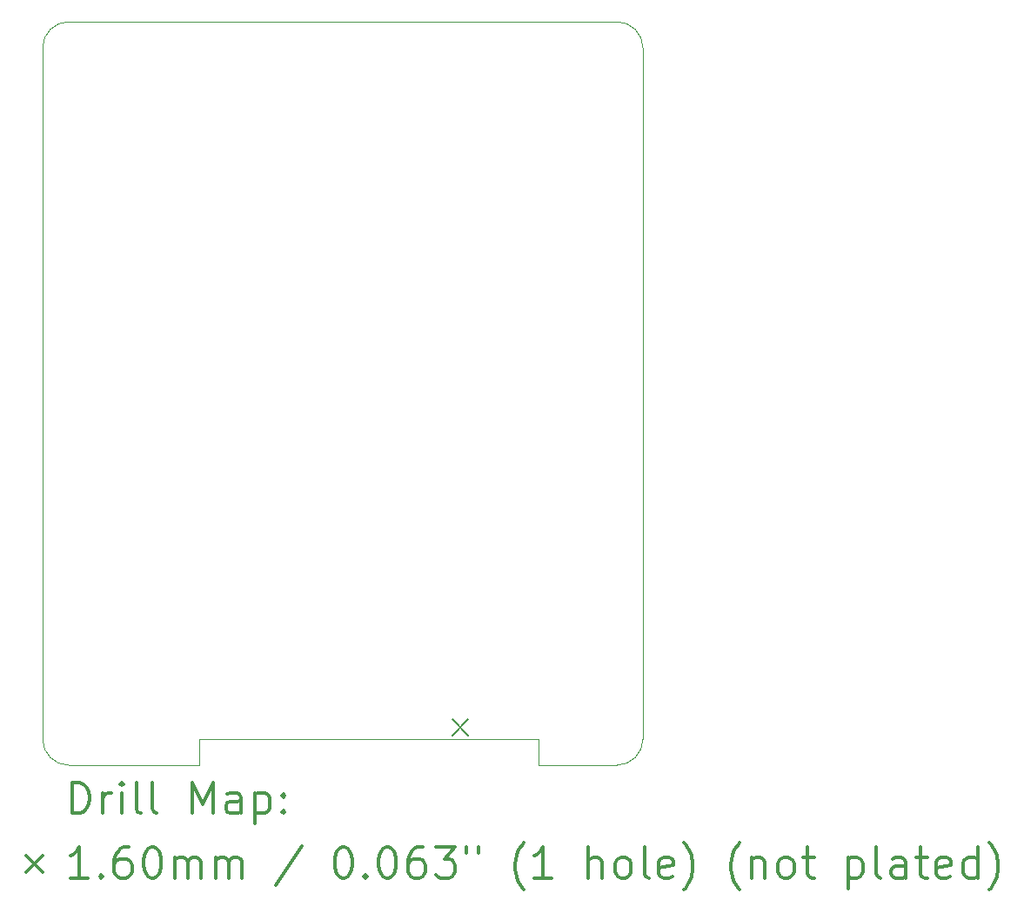
<source format=gbr>
%FSLAX45Y45*%
G04 Gerber Fmt 4.5, Leading zero omitted, Abs format (unit mm)*
G04 Created by KiCad (PCBNEW (5.1.5)-3) date 2020-02-13 17:55:11*
%MOMM*%
%LPD*%
G04 APERTURE LIST*
%TA.AperFunction,Profile*%
%ADD10C,0.050000*%
%TD*%
%ADD11C,0.200000*%
%ADD12C,0.300000*%
G04 APERTURE END LIST*
D10*
X11176000Y-4953000D02*
X16510000Y-4953000D01*
X10922000Y-5207000D02*
G75*
G02X11176000Y-4953000I254000J0D01*
G01*
X10922000Y-11938000D02*
X10922000Y-5207000D01*
X11303000Y-12192000D02*
X11176000Y-12192000D01*
X11176000Y-12192000D02*
G75*
G02X10922000Y-11938000I0J254000D01*
G01*
X12446000Y-12192000D02*
X11303000Y-12192000D01*
X12446000Y-11938000D02*
X12446000Y-12192000D01*
X14224000Y-11938000D02*
X12446000Y-11938000D01*
X15748000Y-11938000D02*
X14224000Y-11938000D01*
X15748000Y-12192000D02*
X15748000Y-11938000D01*
X16510000Y-12192000D02*
X15748000Y-12192000D01*
X16764000Y-5207000D02*
X16764000Y-11938000D01*
X16764000Y-11938000D02*
G75*
G02X16510000Y-12192000I-254000J0D01*
G01*
X16510000Y-4953000D02*
G75*
G02X16764000Y-5207000I0J-254000D01*
G01*
D11*
X14906000Y-11742000D02*
X15066000Y-11902000D01*
X15066000Y-11742000D02*
X14906000Y-11902000D01*
D12*
X11205928Y-12660214D02*
X11205928Y-12360214D01*
X11277357Y-12360214D01*
X11320214Y-12374500D01*
X11348786Y-12403071D01*
X11363071Y-12431643D01*
X11377357Y-12488786D01*
X11377357Y-12531643D01*
X11363071Y-12588786D01*
X11348786Y-12617357D01*
X11320214Y-12645929D01*
X11277357Y-12660214D01*
X11205928Y-12660214D01*
X11505928Y-12660214D02*
X11505928Y-12460214D01*
X11505928Y-12517357D02*
X11520214Y-12488786D01*
X11534500Y-12474500D01*
X11563071Y-12460214D01*
X11591643Y-12460214D01*
X11691643Y-12660214D02*
X11691643Y-12460214D01*
X11691643Y-12360214D02*
X11677357Y-12374500D01*
X11691643Y-12388786D01*
X11705928Y-12374500D01*
X11691643Y-12360214D01*
X11691643Y-12388786D01*
X11877357Y-12660214D02*
X11848786Y-12645929D01*
X11834500Y-12617357D01*
X11834500Y-12360214D01*
X12034500Y-12660214D02*
X12005928Y-12645929D01*
X11991643Y-12617357D01*
X11991643Y-12360214D01*
X12377357Y-12660214D02*
X12377357Y-12360214D01*
X12477357Y-12574500D01*
X12577357Y-12360214D01*
X12577357Y-12660214D01*
X12848786Y-12660214D02*
X12848786Y-12503071D01*
X12834500Y-12474500D01*
X12805928Y-12460214D01*
X12748786Y-12460214D01*
X12720214Y-12474500D01*
X12848786Y-12645929D02*
X12820214Y-12660214D01*
X12748786Y-12660214D01*
X12720214Y-12645929D01*
X12705928Y-12617357D01*
X12705928Y-12588786D01*
X12720214Y-12560214D01*
X12748786Y-12545929D01*
X12820214Y-12545929D01*
X12848786Y-12531643D01*
X12991643Y-12460214D02*
X12991643Y-12760214D01*
X12991643Y-12474500D02*
X13020214Y-12460214D01*
X13077357Y-12460214D01*
X13105928Y-12474500D01*
X13120214Y-12488786D01*
X13134500Y-12517357D01*
X13134500Y-12603071D01*
X13120214Y-12631643D01*
X13105928Y-12645929D01*
X13077357Y-12660214D01*
X13020214Y-12660214D01*
X12991643Y-12645929D01*
X13263071Y-12631643D02*
X13277357Y-12645929D01*
X13263071Y-12660214D01*
X13248786Y-12645929D01*
X13263071Y-12631643D01*
X13263071Y-12660214D01*
X13263071Y-12474500D02*
X13277357Y-12488786D01*
X13263071Y-12503071D01*
X13248786Y-12488786D01*
X13263071Y-12474500D01*
X13263071Y-12503071D01*
X10759500Y-13074500D02*
X10919500Y-13234500D01*
X10919500Y-13074500D02*
X10759500Y-13234500D01*
X11363071Y-13290214D02*
X11191643Y-13290214D01*
X11277357Y-13290214D02*
X11277357Y-12990214D01*
X11248786Y-13033071D01*
X11220214Y-13061643D01*
X11191643Y-13075929D01*
X11491643Y-13261643D02*
X11505928Y-13275929D01*
X11491643Y-13290214D01*
X11477357Y-13275929D01*
X11491643Y-13261643D01*
X11491643Y-13290214D01*
X11763071Y-12990214D02*
X11705928Y-12990214D01*
X11677357Y-13004500D01*
X11663071Y-13018786D01*
X11634500Y-13061643D01*
X11620214Y-13118786D01*
X11620214Y-13233071D01*
X11634500Y-13261643D01*
X11648786Y-13275929D01*
X11677357Y-13290214D01*
X11734500Y-13290214D01*
X11763071Y-13275929D01*
X11777357Y-13261643D01*
X11791643Y-13233071D01*
X11791643Y-13161643D01*
X11777357Y-13133071D01*
X11763071Y-13118786D01*
X11734500Y-13104500D01*
X11677357Y-13104500D01*
X11648786Y-13118786D01*
X11634500Y-13133071D01*
X11620214Y-13161643D01*
X11977357Y-12990214D02*
X12005928Y-12990214D01*
X12034500Y-13004500D01*
X12048786Y-13018786D01*
X12063071Y-13047357D01*
X12077357Y-13104500D01*
X12077357Y-13175929D01*
X12063071Y-13233071D01*
X12048786Y-13261643D01*
X12034500Y-13275929D01*
X12005928Y-13290214D01*
X11977357Y-13290214D01*
X11948786Y-13275929D01*
X11934500Y-13261643D01*
X11920214Y-13233071D01*
X11905928Y-13175929D01*
X11905928Y-13104500D01*
X11920214Y-13047357D01*
X11934500Y-13018786D01*
X11948786Y-13004500D01*
X11977357Y-12990214D01*
X12205928Y-13290214D02*
X12205928Y-13090214D01*
X12205928Y-13118786D02*
X12220214Y-13104500D01*
X12248786Y-13090214D01*
X12291643Y-13090214D01*
X12320214Y-13104500D01*
X12334500Y-13133071D01*
X12334500Y-13290214D01*
X12334500Y-13133071D02*
X12348786Y-13104500D01*
X12377357Y-13090214D01*
X12420214Y-13090214D01*
X12448786Y-13104500D01*
X12463071Y-13133071D01*
X12463071Y-13290214D01*
X12605928Y-13290214D02*
X12605928Y-13090214D01*
X12605928Y-13118786D02*
X12620214Y-13104500D01*
X12648786Y-13090214D01*
X12691643Y-13090214D01*
X12720214Y-13104500D01*
X12734500Y-13133071D01*
X12734500Y-13290214D01*
X12734500Y-13133071D02*
X12748786Y-13104500D01*
X12777357Y-13090214D01*
X12820214Y-13090214D01*
X12848786Y-13104500D01*
X12863071Y-13133071D01*
X12863071Y-13290214D01*
X13448786Y-12975929D02*
X13191643Y-13361643D01*
X13834500Y-12990214D02*
X13863071Y-12990214D01*
X13891643Y-13004500D01*
X13905928Y-13018786D01*
X13920214Y-13047357D01*
X13934500Y-13104500D01*
X13934500Y-13175929D01*
X13920214Y-13233071D01*
X13905928Y-13261643D01*
X13891643Y-13275929D01*
X13863071Y-13290214D01*
X13834500Y-13290214D01*
X13805928Y-13275929D01*
X13791643Y-13261643D01*
X13777357Y-13233071D01*
X13763071Y-13175929D01*
X13763071Y-13104500D01*
X13777357Y-13047357D01*
X13791643Y-13018786D01*
X13805928Y-13004500D01*
X13834500Y-12990214D01*
X14063071Y-13261643D02*
X14077357Y-13275929D01*
X14063071Y-13290214D01*
X14048786Y-13275929D01*
X14063071Y-13261643D01*
X14063071Y-13290214D01*
X14263071Y-12990214D02*
X14291643Y-12990214D01*
X14320214Y-13004500D01*
X14334500Y-13018786D01*
X14348786Y-13047357D01*
X14363071Y-13104500D01*
X14363071Y-13175929D01*
X14348786Y-13233071D01*
X14334500Y-13261643D01*
X14320214Y-13275929D01*
X14291643Y-13290214D01*
X14263071Y-13290214D01*
X14234500Y-13275929D01*
X14220214Y-13261643D01*
X14205928Y-13233071D01*
X14191643Y-13175929D01*
X14191643Y-13104500D01*
X14205928Y-13047357D01*
X14220214Y-13018786D01*
X14234500Y-13004500D01*
X14263071Y-12990214D01*
X14620214Y-12990214D02*
X14563071Y-12990214D01*
X14534500Y-13004500D01*
X14520214Y-13018786D01*
X14491643Y-13061643D01*
X14477357Y-13118786D01*
X14477357Y-13233071D01*
X14491643Y-13261643D01*
X14505928Y-13275929D01*
X14534500Y-13290214D01*
X14591643Y-13290214D01*
X14620214Y-13275929D01*
X14634500Y-13261643D01*
X14648786Y-13233071D01*
X14648786Y-13161643D01*
X14634500Y-13133071D01*
X14620214Y-13118786D01*
X14591643Y-13104500D01*
X14534500Y-13104500D01*
X14505928Y-13118786D01*
X14491643Y-13133071D01*
X14477357Y-13161643D01*
X14748786Y-12990214D02*
X14934500Y-12990214D01*
X14834500Y-13104500D01*
X14877357Y-13104500D01*
X14905928Y-13118786D01*
X14920214Y-13133071D01*
X14934500Y-13161643D01*
X14934500Y-13233071D01*
X14920214Y-13261643D01*
X14905928Y-13275929D01*
X14877357Y-13290214D01*
X14791643Y-13290214D01*
X14763071Y-13275929D01*
X14748786Y-13261643D01*
X15048786Y-12990214D02*
X15048786Y-13047357D01*
X15163071Y-12990214D02*
X15163071Y-13047357D01*
X15605928Y-13404500D02*
X15591643Y-13390214D01*
X15563071Y-13347357D01*
X15548786Y-13318786D01*
X15534500Y-13275929D01*
X15520214Y-13204500D01*
X15520214Y-13147357D01*
X15534500Y-13075929D01*
X15548786Y-13033071D01*
X15563071Y-13004500D01*
X15591643Y-12961643D01*
X15605928Y-12947357D01*
X15877357Y-13290214D02*
X15705928Y-13290214D01*
X15791643Y-13290214D02*
X15791643Y-12990214D01*
X15763071Y-13033071D01*
X15734500Y-13061643D01*
X15705928Y-13075929D01*
X16234500Y-13290214D02*
X16234500Y-12990214D01*
X16363071Y-13290214D02*
X16363071Y-13133071D01*
X16348786Y-13104500D01*
X16320214Y-13090214D01*
X16277357Y-13090214D01*
X16248786Y-13104500D01*
X16234500Y-13118786D01*
X16548786Y-13290214D02*
X16520214Y-13275929D01*
X16505928Y-13261643D01*
X16491643Y-13233071D01*
X16491643Y-13147357D01*
X16505928Y-13118786D01*
X16520214Y-13104500D01*
X16548786Y-13090214D01*
X16591643Y-13090214D01*
X16620214Y-13104500D01*
X16634500Y-13118786D01*
X16648786Y-13147357D01*
X16648786Y-13233071D01*
X16634500Y-13261643D01*
X16620214Y-13275929D01*
X16591643Y-13290214D01*
X16548786Y-13290214D01*
X16820214Y-13290214D02*
X16791643Y-13275929D01*
X16777357Y-13247357D01*
X16777357Y-12990214D01*
X17048786Y-13275929D02*
X17020214Y-13290214D01*
X16963071Y-13290214D01*
X16934500Y-13275929D01*
X16920214Y-13247357D01*
X16920214Y-13133071D01*
X16934500Y-13104500D01*
X16963071Y-13090214D01*
X17020214Y-13090214D01*
X17048786Y-13104500D01*
X17063071Y-13133071D01*
X17063071Y-13161643D01*
X16920214Y-13190214D01*
X17163071Y-13404500D02*
X17177357Y-13390214D01*
X17205928Y-13347357D01*
X17220214Y-13318786D01*
X17234500Y-13275929D01*
X17248786Y-13204500D01*
X17248786Y-13147357D01*
X17234500Y-13075929D01*
X17220214Y-13033071D01*
X17205928Y-13004500D01*
X17177357Y-12961643D01*
X17163071Y-12947357D01*
X17705928Y-13404500D02*
X17691643Y-13390214D01*
X17663071Y-13347357D01*
X17648786Y-13318786D01*
X17634500Y-13275929D01*
X17620214Y-13204500D01*
X17620214Y-13147357D01*
X17634500Y-13075929D01*
X17648786Y-13033071D01*
X17663071Y-13004500D01*
X17691643Y-12961643D01*
X17705928Y-12947357D01*
X17820214Y-13090214D02*
X17820214Y-13290214D01*
X17820214Y-13118786D02*
X17834500Y-13104500D01*
X17863071Y-13090214D01*
X17905928Y-13090214D01*
X17934500Y-13104500D01*
X17948786Y-13133071D01*
X17948786Y-13290214D01*
X18134500Y-13290214D02*
X18105928Y-13275929D01*
X18091643Y-13261643D01*
X18077357Y-13233071D01*
X18077357Y-13147357D01*
X18091643Y-13118786D01*
X18105928Y-13104500D01*
X18134500Y-13090214D01*
X18177357Y-13090214D01*
X18205928Y-13104500D01*
X18220214Y-13118786D01*
X18234500Y-13147357D01*
X18234500Y-13233071D01*
X18220214Y-13261643D01*
X18205928Y-13275929D01*
X18177357Y-13290214D01*
X18134500Y-13290214D01*
X18320214Y-13090214D02*
X18434500Y-13090214D01*
X18363071Y-12990214D02*
X18363071Y-13247357D01*
X18377357Y-13275929D01*
X18405928Y-13290214D01*
X18434500Y-13290214D01*
X18763071Y-13090214D02*
X18763071Y-13390214D01*
X18763071Y-13104500D02*
X18791643Y-13090214D01*
X18848786Y-13090214D01*
X18877357Y-13104500D01*
X18891643Y-13118786D01*
X18905928Y-13147357D01*
X18905928Y-13233071D01*
X18891643Y-13261643D01*
X18877357Y-13275929D01*
X18848786Y-13290214D01*
X18791643Y-13290214D01*
X18763071Y-13275929D01*
X19077357Y-13290214D02*
X19048786Y-13275929D01*
X19034500Y-13247357D01*
X19034500Y-12990214D01*
X19320214Y-13290214D02*
X19320214Y-13133071D01*
X19305928Y-13104500D01*
X19277357Y-13090214D01*
X19220214Y-13090214D01*
X19191643Y-13104500D01*
X19320214Y-13275929D02*
X19291643Y-13290214D01*
X19220214Y-13290214D01*
X19191643Y-13275929D01*
X19177357Y-13247357D01*
X19177357Y-13218786D01*
X19191643Y-13190214D01*
X19220214Y-13175929D01*
X19291643Y-13175929D01*
X19320214Y-13161643D01*
X19420214Y-13090214D02*
X19534500Y-13090214D01*
X19463071Y-12990214D02*
X19463071Y-13247357D01*
X19477357Y-13275929D01*
X19505928Y-13290214D01*
X19534500Y-13290214D01*
X19748786Y-13275929D02*
X19720214Y-13290214D01*
X19663071Y-13290214D01*
X19634500Y-13275929D01*
X19620214Y-13247357D01*
X19620214Y-13133071D01*
X19634500Y-13104500D01*
X19663071Y-13090214D01*
X19720214Y-13090214D01*
X19748786Y-13104500D01*
X19763071Y-13133071D01*
X19763071Y-13161643D01*
X19620214Y-13190214D01*
X20020214Y-13290214D02*
X20020214Y-12990214D01*
X20020214Y-13275929D02*
X19991643Y-13290214D01*
X19934500Y-13290214D01*
X19905928Y-13275929D01*
X19891643Y-13261643D01*
X19877357Y-13233071D01*
X19877357Y-13147357D01*
X19891643Y-13118786D01*
X19905928Y-13104500D01*
X19934500Y-13090214D01*
X19991643Y-13090214D01*
X20020214Y-13104500D01*
X20134500Y-13404500D02*
X20148786Y-13390214D01*
X20177357Y-13347357D01*
X20191643Y-13318786D01*
X20205928Y-13275929D01*
X20220214Y-13204500D01*
X20220214Y-13147357D01*
X20205928Y-13075929D01*
X20191643Y-13033071D01*
X20177357Y-13004500D01*
X20148786Y-12961643D01*
X20134500Y-12947357D01*
M02*

</source>
